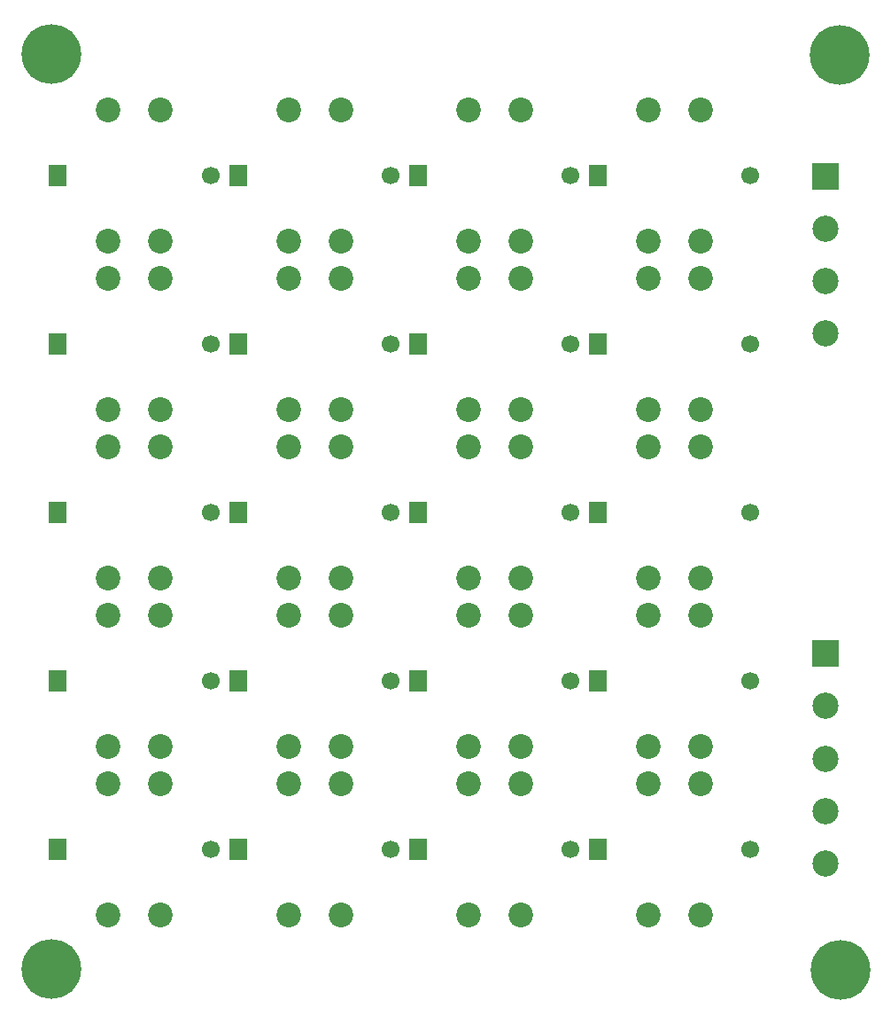
<source format=gbr>
%TF.GenerationSoftware,KiCad,Pcbnew,(5.1.10)-1*%
%TF.CreationDate,2021-10-20T08:10:08-05:00*%
%TF.ProjectId,Mk3,4d6b332e-6b69-4636-9164-5f7063625858,3*%
%TF.SameCoordinates,Original*%
%TF.FileFunction,Soldermask,Bot*%
%TF.FilePolarity,Negative*%
%FSLAX46Y46*%
G04 Gerber Fmt 4.6, Leading zero omitted, Abs format (unit mm)*
G04 Created by KiCad (PCBNEW (5.1.10)-1) date 2021-10-20 08:10:08*
%MOMM*%
%LPD*%
G01*
G04 APERTURE LIST*
%ADD10C,5.700000*%
%ADD11C,2.500000*%
%ADD12R,2.500000X2.500000*%
%ADD13C,2.362200*%
%ADD14C,1.700000*%
%ADD15R,1.700000X2.000000*%
G04 APERTURE END LIST*
D10*
%TO.C,REF\u002A\u002A*%
X178163220Y-148356320D03*
%TD*%
%TO.C,REF\u002A\u002A*%
X102765860Y-148290280D03*
%TD*%
%TO.C,REF\u002A\u002A*%
X102725220Y-60906660D03*
%TD*%
%TO.C,REF\u002A\u002A*%
X178122580Y-60972700D03*
%TD*%
D11*
%TO.C,ST-ROW-1*%
X176743360Y-138181120D03*
X176743360Y-133181120D03*
X176743360Y-128181120D03*
X176743360Y-123181120D03*
D12*
X176743360Y-118181120D03*
%TD*%
D11*
%TO.C,ST-COL-1*%
X176743360Y-87605900D03*
X176743360Y-82605900D03*
X176743360Y-77605900D03*
D12*
X176743360Y-72605900D03*
%TD*%
D13*
%TO.C,TS-20*%
X164822800Y-130605740D03*
X164822800Y-143102540D03*
X159824080Y-130605740D03*
X159824080Y-143102540D03*
%TD*%
%TO.C,TS-19*%
X147617800Y-130605740D03*
X147617800Y-143102540D03*
X142619080Y-130605740D03*
X142619080Y-143102540D03*
%TD*%
%TO.C,TS-18*%
X130412800Y-130605740D03*
X130412800Y-143102540D03*
X125414080Y-130605740D03*
X125414080Y-143102540D03*
%TD*%
%TO.C,TS-17*%
X113207800Y-130605740D03*
X113207800Y-143102540D03*
X108209080Y-130605740D03*
X108209080Y-143102540D03*
%TD*%
%TO.C,TS-16*%
X164822800Y-114515740D03*
X164822800Y-127012540D03*
X159824080Y-114515740D03*
X159824080Y-127012540D03*
%TD*%
%TO.C,TS-15*%
X147617800Y-114515740D03*
X147617800Y-127012540D03*
X142619080Y-114515740D03*
X142619080Y-127012540D03*
%TD*%
%TO.C,TS-14*%
X130412800Y-114515740D03*
X130412800Y-127012540D03*
X125414080Y-114515740D03*
X125414080Y-127012540D03*
%TD*%
%TO.C,TS-13*%
X113207800Y-114515740D03*
X113207800Y-127012540D03*
X108209080Y-114515740D03*
X108209080Y-127012540D03*
%TD*%
%TO.C,TS-12*%
X164822800Y-98425740D03*
X164822800Y-110922540D03*
X159824080Y-98425740D03*
X159824080Y-110922540D03*
%TD*%
%TO.C,TS-11*%
X147617800Y-98425740D03*
X147617800Y-110922540D03*
X142619080Y-98425740D03*
X142619080Y-110922540D03*
%TD*%
%TO.C,TS-10*%
X130412800Y-98425740D03*
X130412800Y-110922540D03*
X125414080Y-98425740D03*
X125414080Y-110922540D03*
%TD*%
%TO.C,TS-9*%
X113207800Y-98425740D03*
X113207800Y-110922540D03*
X108209080Y-98425740D03*
X108209080Y-110922540D03*
%TD*%
%TO.C,TS-8*%
X164822800Y-82335740D03*
X164822800Y-94832540D03*
X159824080Y-82335740D03*
X159824080Y-94832540D03*
%TD*%
%TO.C,TS-7*%
X147617800Y-82335740D03*
X147617800Y-94832540D03*
X142619080Y-82335740D03*
X142619080Y-94832540D03*
%TD*%
%TO.C,TS-6*%
X130412800Y-82335740D03*
X130412800Y-94832540D03*
X125414080Y-82335740D03*
X125414080Y-94832540D03*
%TD*%
%TO.C,TS-5*%
X113207800Y-82335740D03*
X113207800Y-94832540D03*
X108209080Y-82335740D03*
X108209080Y-94832540D03*
%TD*%
%TO.C,TS-4*%
X164822800Y-66245740D03*
X164822800Y-78742540D03*
X159824080Y-66245740D03*
X159824080Y-78742540D03*
%TD*%
%TO.C,TS-3*%
X147617800Y-66245740D03*
X147617800Y-78742540D03*
X142619080Y-66245740D03*
X142619080Y-78742540D03*
%TD*%
%TO.C,TS-2*%
X130412800Y-66245740D03*
X130412800Y-78742540D03*
X125414080Y-66245740D03*
X125414080Y-78742540D03*
%TD*%
D14*
%TO.C,DO-20*%
X169598600Y-136894780D03*
D15*
X154998600Y-136894780D03*
%TD*%
D14*
%TO.C,DO-19*%
X152393600Y-136894780D03*
D15*
X137793600Y-136894780D03*
%TD*%
D14*
%TO.C,DO-18*%
X135188600Y-136894780D03*
D15*
X120588600Y-136894780D03*
%TD*%
D14*
%TO.C,DO-17*%
X117983600Y-136894780D03*
D15*
X103383600Y-136894780D03*
%TD*%
D14*
%TO.C,DO-16*%
X169598600Y-120804780D03*
D15*
X154998600Y-120804780D03*
%TD*%
D14*
%TO.C,DO-15*%
X152393600Y-120804780D03*
D15*
X137793600Y-120804780D03*
%TD*%
D14*
%TO.C,DO-14*%
X135188600Y-120804780D03*
D15*
X120588600Y-120804780D03*
%TD*%
D14*
%TO.C,DO-13*%
X117983600Y-120804780D03*
D15*
X103383600Y-120804780D03*
%TD*%
D14*
%TO.C,DO-12*%
X169598600Y-104714780D03*
D15*
X154998600Y-104714780D03*
%TD*%
D14*
%TO.C,DO-11*%
X152393600Y-104714780D03*
D15*
X137793600Y-104714780D03*
%TD*%
D14*
%TO.C,DO-10*%
X135188600Y-104714780D03*
D15*
X120588600Y-104714780D03*
%TD*%
D14*
%TO.C,DO-9*%
X117983600Y-104714780D03*
D15*
X103383600Y-104714780D03*
%TD*%
D14*
%TO.C,DO-8*%
X169598600Y-88624780D03*
D15*
X154998600Y-88624780D03*
%TD*%
D14*
%TO.C,DO-7*%
X152393600Y-88624780D03*
D15*
X137793600Y-88624780D03*
%TD*%
D14*
%TO.C,DO-6*%
X135188600Y-88624780D03*
D15*
X120588600Y-88624780D03*
%TD*%
D14*
%TO.C,DO-5*%
X117983600Y-88624780D03*
D15*
X103383600Y-88624780D03*
%TD*%
D14*
%TO.C,DO-4*%
X169598600Y-72534780D03*
D15*
X154998600Y-72534780D03*
%TD*%
D14*
%TO.C,DO-3*%
X152393600Y-72534780D03*
D15*
X137793600Y-72534780D03*
%TD*%
D14*
%TO.C,DO-2*%
X135188600Y-72534780D03*
D15*
X120588600Y-72534780D03*
%TD*%
D13*
%TO.C,TS-1*%
X108209080Y-78742540D03*
X108209080Y-66245740D03*
X113207800Y-78742540D03*
X113207800Y-66245740D03*
%TD*%
D15*
%TO.C,DO-1*%
X103383600Y-72534780D03*
D14*
X117983600Y-72534780D03*
%TD*%
M02*

</source>
